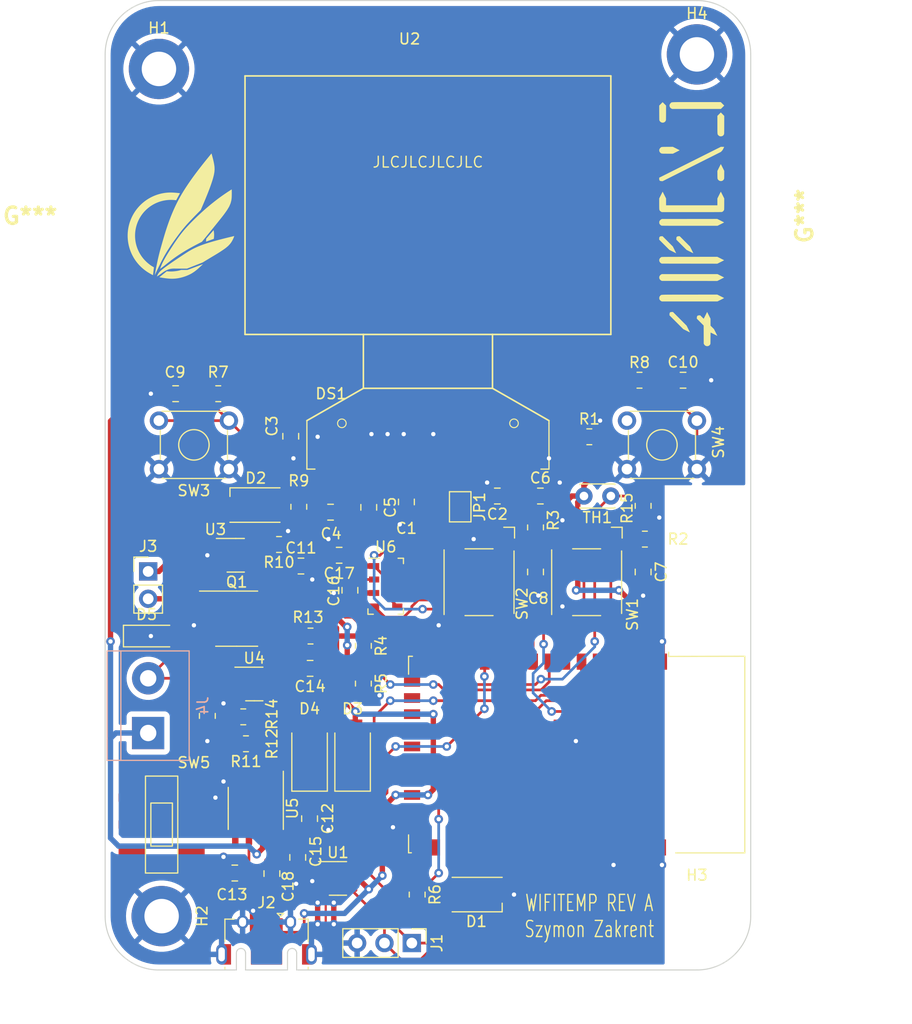
<source format=kicad_pcb>
(kicad_pcb (version 20211014) (generator pcbnew)
  (layers (0 "F.Cu" signal) (31 "B.Cu" signal) (34 "B.Paste" user) (35 "F.Paste" user) (36 "B.SilkS" user "B.Silkscreen") (37 "F.SilkS" user "F.Silkscreen") (38 "B.Mask" user) (39 "F.Mask" user) (44 "Edge.Cuts" user))
  (net 0 "")
  (net 1 "+3V3")
  (net 2 "GND")
  (net 3 "Net-(C2-Pad1)")
  (net 4 "Net-(C4-Pad1)")
  (net 5 "Net-(C4-Pad2)")
  (net 6 "Net-(C5-Pad1)")
  (net 7 "Net-(C5-Pad2)")
  (net 8 "Net-(C6-Pad1)")
  (net 9 "/MCU/IO0")
  (net 10 "/MCU/EN")
  (net 11 "BUT0")
  (net 12 "BUT1")
  (net 13 "+5V")
  (net 14 "Net-(C12-Pad1)")
  (net 15 "Net-(C13-Pad2)")
  (net 16 "Net-(C14-Pad1)")
  (net 17 "-BATT")
  (net 18 "Net-(C16-Pad1)")
  (net 19 "Net-(D1-Pad2)")
  (net 20 "Net-(D2-Pad1)")
  (net 21 "Net-(D2-Pad2)")
  (net 22 "+BATT")
  (net 23 "TEMP_OUTSIDE")
  (net 25 "~{DS_RES}")
  (net 26 "SCL")
  (net 27 "SDA")
  (net 28 "Net-(DS1-Pad20)")
  (net 29 "Net-(DS1-Pad26)")
  (net 30 "/MCU/TXD")
  (net 31 "/MCU/RXD")
  (net 33 "/MCU/USB_D+")
  (net 34 "/MCU/USB_D-")
  (net 35 "Net-(Q1-Pad2)")
  (net 36 "Net-(Q1-Pad4)")
  (net 37 "Net-(Q1-Pad5)")
  (net 38 "/MCU/V_BAT_2")
  (net 39 "Net-(R6-Pad1)")
  (net 40 "Net-(R10-Pad2)")
  (net 41 "Net-(R11-Pad2)")
  (net 42 "Net-(R12-Pad2)")
  (net 43 "TEMP_INSIDE")
  (net 59 "PWRGD")
  (net 60 "~{PRES_SHDN}")
  (footprint "Resistor_SMD:R_0805_2012Metric" (layer "F.Cu") (at 143.0875 119 180)
    (fp_text reference "R11")
    (fp_text value "1k")
  )
  (footprint "Package_TO_SOT_SMD:TSOT-23-5" (layer "F.Cu") (at 142.1375 101.5)
    (fp_text reference "U3")
    (fp_text value "LTC4054ES5-4.2")
  )
  (footprint "Package_TO_SOT_SMD:SOT-23-6" (layer "F.Cu") (at 151.6375 131.5)
    (fp_text reference "U1")
    (fp_text value "SRV05-4")
  )
  (footprint "Capacitor_SMD:C_0805_2012Metric" (layer "F.Cu") (at 149 125.95 -90)
    (fp_text reference "C12")
    (fp_text value "1u")
  )
  (footprint "Diode_SMD:D_SMA" (layer "F.Cu") (at 153 120 90)
    (fp_text reference "D3")
    (fp_text value "D_Schottky")
  )
  (footprint "Button_Switch_THT:SW_TH_Tactile_Omron_B3F-10xx" (layer "F.Cu") (at 135 89)
    (fp_text reference "SW3")
    (fp_text value "SW_PUSH_L")
  )
  (footprint "Resistor_SMD:R_0805_2012Metric" (layer "F.Cu") (at 180.1625 100 180)
    (fp_text reference "R2")
    (fp_text value "1k")
  )
  (footprint "Package_LGA:LGA-8_3x5mm_P1.25mm" (layer "F.Cu") (at 156.075 104.375)
    (fp_text reference "U6")
    (fp_text value "MPL115A2")
  )
  (footprint "MountingHole:MountingHole_3.2mm_M3_DIN965_Pad" (layer "F.Cu") (at 135 56.35)
    (fp_text reference "H1")
    (fp_text value "MountingHole_Pad")
  )
  (footprint "Connector_PinHeader_2.54mm:PinHeader_1x03_P2.54mm_Vertical" (layer "F.Cu") (at 158.5 137.5 -90)
    (fp_text reference "J1")
    (fp_text value "Conn_01x03")
  )
  (footprint "Resistor_SMD:R_0805_2012Metric" (layer "F.Cu") (at 159 133 -90)
    (fp_text reference "R6")
    (fp_text value "R")
  )
  (footprint "own:icon" (layer "F.Cu") (at 137 70)
    (fp_text reference "G***")
    (fp_text value "LOGO" hide)
  )
  (footprint "MountingHole:MountingHole_3.2mm_M3_DIN965_Pad" (layer "F.Cu") (at 135.25 135)
    (fp_text reference "H2")
    (fp_text value "MountingHole_Pad")
  )
  (footprint "Capacitor_SMD:C_0805_2012Metric" (layer "F.Cu") (at 150.95 97.5)
    (fp_text reference "C4")
    (fp_text value "1u")
  )
  (footprint "Resistor_SMD:R_0805_2012Metric" (layer "F.Cu") (at 146.1625 100.5 180)
    (fp_text reference "R10")
    (fp_text value "R")
  )
  (footprint "Capacitor_SMD:C_0805_2012Metric" (layer "F.Cu") (at 183.7125 85.25)
    (fp_text reference "C10")
    (fp_text value "100n")
  )
  (footprint "Capacitor_SMD:C_0805_2012Metric" (layer "F.Cu") (at 154.5 97.05 90)
    (fp_text reference "C5")
    (fp_text value "1u")
  )
  (footprint "Resistor_SMD:R_0805_2012Metric" (layer "F.Cu") (at 154 109.9125 -90)
    (fp_text reference "R4")
    (fp_text value "100k")
  )
  (footprint "Resistor_SMD:R_0805_2012Metric" (layer "F.Cu") (at 140.5125 86.5 180)
    (fp_text reference "R7")
    (fp_text value "1k")
  )
  (footprint "Capacitor_SMD:C_0805_2012Metric" (layer "F.Cu") (at 145.5 131.05 -90)
    (fp_text reference "C18")
    (fp_text value "1u")
  )
  (footprint "Resistor_SMD:R_0805_2012Metric" (layer "F.Cu") (at 175 90.5)
    (fp_text reference "R1")
    (fp_text value "310k")
  )
  (footprint "Button_Switch_SMD:SW_SPST_Omron_B3FS-100xP" (layer "F.Cu") (at 164.75 104 -90)
    (fp_text reference "SW2")
    (fp_text value "SW_PUSH")
  )
  (footprint "Diode_SMD:D_MiniMELF" (layer "F.Cu") (at 134.25 109)
    (fp_text reference "D5")
    (fp_text value "D")
  )
  (footprint "Capacitor_SMD:C_0805_2012Metric" (layer "F.Cu") (at 147.25 90.45 -90)
    (fp_text reference "C3")
    (fp_text value "1u")
  )
  (footprint "Resistor_SMD:R_0805_2012Metric" (layer "F.Cu") (at 154 113.4125 -90)
    (fp_text reference "R5")
    (fp_text value "100k")
  )
  (footprint "Diode_SMD:D_SMA" (layer "F.Cu") (at 149 120 90)
    (fp_text reference "D4")
    (fp_text value "D_Schottky")
  )
  (footprint "Resistor_SMD:R_0805_2012Metric" (layer "F.Cu") (at 148 97 90)
    (fp_text reference "R9")
    (fp_text value "R")
  )
  (footprint "Capacitor_SMD:C_0805_2012Metric" (layer "F.Cu") (at 136.55 86.5 180)
    (fp_text reference "C9")
    (fp_text value "100n")
  )
  (footprint "Resistor_SMD:R_0805_2012Metric" (layer "F.Cu") (at 139.5 116.4125 -90)
    (fp_text reference "R14")
    (fp_text value "R")
  )
  (footprint "Capacitor_SMD:C_0805_2012Metric" (layer "F.Cu") (at 180 103.05 -90)
    (fp_text reference "C7")
    (fp_text value "100n")
  )
  (footprint "LED_SMD:LED_PLCC-2" (layer "F.Cu") (at 144 96.8375)
    (fp_text reference "D2")
    (fp_text value "LED")
  )
  (footprint "Capacitor_SMD:C_0805_2012Metric" (layer "F.Cu") (at 170.45 96)
    (fp_text reference "C6")
    (fp_text value "1u")
  )
  (footprint "Jumper:SolderJumper-2_P1.3mm_Open_TrianglePad1.0x1.5mm" (layer "F.Cu") (at 163 97 -90)
    (fp_text reference "JP1")
    (fp_text value "SJ_2")
  )
  (footprint "Capacitor_SMD:C_0805_2012Metric" (layer "F.Cu") (at 151.75 101.5 180)
    (fp_text reference "C17")
    (fp_text value "100n")
  )
  (footprint "Resistor_SMD:R_0805_2012Metric" (layer "F.Cu") (at 180 96.9125 -90)
    (fp_text reference "R15")
    (fp_text value "R")
  )
  (footprint "Capacitor_SMD:C_0805_2012Metric" (layer "F.Cu") (at 170 103.05 -90)
    (fp_text reference "C8")
    (fp_text value "100n")
  )
  (footprint "Button_Switch_THT:SW_TH_Tactile_Omron_B3F-10xx" (layer "F.Cu") (at 178.5 89)
    (fp_text reference "SW4")
    (fp_text value "SW_PUSH_L")
  )
  (footprint "Resistor_SMD:R_0805_2012Metric" (layer "F.Cu") (at 170 98.9125 -90)
    (fp_text reference "R3")
    (fp_text value "1k")
  )
  (footprint "Resistor_SMD:R_0805_2012Metric" (layer "F.Cu") (at 149.0875 109 180)
    (fp_text reference "R13")
    (fp_text value "R")
  )
  (footprint "Capacitor_THT:C_Disc_D3.0mm_W2.0mm_P2.50mm" (layer "F.Cu") (at 174.5 96)
    (fp_text reference "TH1")
    (fp_text value "Thermistor")
  )
  (footprint "own:REX012864LYAP3N00000" (layer "F.Cu") (at 160 93.25)
    (fp_text reference "DS1")
    (fp_text value "REX012864LYAP3N00000")
  )
  (footprint "Resistor_SMD:R_0805_2012Metric" (layer "F.Cu") (at 179.6625 85.25)
    (fp_text reference "R8")
    (fp_text value "1k")
  )
  (footprint "own:JS202011SCQN" (layer "F.Cu") (at 135.25 126.5 90)
    (fp_text reference "SW5")
    (fp_text value "SW_DPDT_x2")
  )
  (footprint "Package_SO:SOIC-8_3.9x4.9mm_P1.27mm" (layer "F.Cu") (at 142.225 107.385)
    (fp_text reference "Q1")
    (fp_text value "Q_Dual_NMOS")
  )
  (footprint "Capacitor_SMD:C_0805_2012Metric" (layer "F.Cu") (at 148.2 102.5)
    (fp_text reference "C11")
    (fp_text value "1u")
  )
  (footprint "Capacitor_SMD:C_0805_2012Metric" (layer "F.Cu") (at 158 96.55 -90)
    (fp_text reference "C1")
    (fp_text value "1u")
  )
  (footprint "own:name" (layer "F.Cu") (at 185 70 90)
    (fp_text reference "G***")
    (fp_text value "LOGO" hide)
  )
  (footprint "Package_SO:SOIC-8_3.9x4.9mm_P1.27mm" (layer "F.Cu") (at 144 125 -90)
    (fp_text reference "U5")
    (fp_text value "MCP1726-3302E")
  )
  (footprint "MountingHole:MountingHole_3.2mm_M3_DIN965_Pad" (layer "F.Cu") (at 185 55)
    (fp_text reference "H4")
    (fp_text value "MountingHole_Pad")
  )
  (footprint "Package_TO_SOT_SMD:SOT-23-6" (layer "F.Cu") (at 143.8625 113.45)
    (fp_text reference "U4")
    (fp_text value "AP9101CK6")
  )
  (footprint "Resistor_SMD:R_0805_2012Metric" (layer "F.Cu") (at 142.8375 116.5)
    (fp_text reference "R12")
    (fp_text value "R")
  )
  (footprint "Connector_USB:USB_Micro-AB_Molex_47590-0001" (layer "F.Cu") (at 145 138.55)
    (fp_text reference "J2")
    (fp_text value "USB_OTG")
    (fp_line (start 1.95 -0.125) (end 1.95 1.45) (layer "Edge.Cuts") (width 0.1))
    (fp_line (start -3.75 1.45) (end -2.8 1.45) (layer "Edge.Cuts") (width 0.1))
    (fp_line (start -1.95 -0.125) (end -1.95 1.45) (layer "Edge.Cuts") (width 0.1))
    (fp_line (start -1.95 1.45) (end 1.95 1.45) (layer "Edge.Cuts") (width 0.1))
    (fp_line (start -2.8 -0.125) (end -2.8 1.45) (layer "Edge.Cuts") (width 0.1))
    (fp_line (start 2.8 1.45) (end 3.75 1.45) (layer "Edge.Cuts") (width 0.1))
    (fp_line (start 2.8 -0.125) (end 2.8 1.45) (layer "Edge.Cuts") (width 0.1))
    (fp_arc (start 1.95 -0.125) (mid 2.375 -0.55) (end 2.8 -0.125) (layer "Edge.Cuts") (width 0.1))
    (fp_arc (start -2.8 -0.125) (mid -2.375 -0.55) (end -1.95 -0.125) (layer "Edge.Cuts") (width 0.1))
  )
  (footprint "Capacitor_SMD:C_0805_2012Metric" (layer "F.Cu") (at 166.45 96 180)
    (fp_text reference "C2")
    (fp_text value "1u")
  )
  (footprint "RF_Module:ESP32-S2-WROVER" (layer "F.Cu") (at 170 120 -90)
    (fp_text reference "U2")
    (fp_text value "ESP32-S2-WROVER")
  )
  (footprint "LED_SMD:LED_PLCC-2" (layer "F.Cu") (at 164.5 133 180)
    (fp_text reference "D1")
    (fp_text value "LED")
  )
  (footprint "Capacitor_SMD:C_0805_2012Metric" (layer "F.Cu") (at 152.75 104.75 -90)
    (fp_text reference "C16")
    (fp_text value "1u")
  )
  (footprint "MountingHole:MountingHole_3.2mm_M3_DIN965" (layer "F.Cu") (at 185 135)
    (fp_text reference "H3")
    (fp_text value "MountingHole_Pad")
  )
  (footprint "Button_Switch_SMD:SW_SPST_Omron_B3FS-100xP" (layer "F.Cu") (at 174.75 104 -90)
    (fp_text reference "SW1")
    (fp_text value "SW_PUSH")
  )
  (footprint "Capacitor_SMD:C_0805_2012Metric" (layer "F.Cu") (at 147.9 129.55 -90)
    (fp_text reference "C15")
    (fp_text value "1u")
  )
  (footprint "Capacitor_SMD:C_0805_2012Metric" (layer "F.Cu") (at 149.05 112 180)
    (fp_text reference "C14")
    (fp_text value "C")
  )
  (footprint "Connector_PinHeader_2.54mm:PinHeader_1x02_P2.54mm_Vertical" (layer "F.Cu") (at 134 103)
    (fp_text reference "J3")
    (fp_text value "Conn_01x02")
  )
  (footprint "Capacitor_SMD:C_0805_2012Metric" (layer "F.Cu") (at 142.05 131)
    (fp_text reference "C13")
    (fp_text value "DNP")
  )
  (footprint "TerminalBlock:TerminalBlock_bornier-2_P5.08mm" (layer "B.Cu") (at 134 118 90)
    (fp_text reference "J4")
    (fp_text value "Conn_01x02")
  )
  (gr_line (start 166 81) (end 166 86) (layer "F.SilkS") (width 0.15))
  (gr_line (start 154 86) (end 154 81) (layer "F.SilkS") (width 0.15))
  (gr_line (start 154 86) (end 148.75 89) (layer "F.SilkS") (width 0.15))
  (gr_line (start 177 57) (end 177 81) (layer "F.SilkS") (width 0.15))
  (gr_line (start 154 81) (end 143 81) (layer "F.SilkS") (width 0.15))
  (gr_line (start 154 81) (end 166 81) (layer "F.SilkS") (width 0.15))
  (gr_line (start 143 57) (end 177 57) (layer "F.SilkS") (width 0.15))
  (gr_line (start 166 86) (end 154 86) (layer "F.SilkS") (width 0.15))
  (gr_line (start 177 81) (end 166 81) (layer "F.SilkS") (width 0.15))
  (gr_line (start 143 81) (end 143 57) (layer "F.SilkS") (width 0.15))
  (gr_line (start 171.25 89) (end 166 86) (layer "F.SilkS") (width 0.15))
  (gr_arc (start 190 135) (mid 188.535534 138.535534) (end 185 140) (layer "Edge.Cuts") (width 0.1))
  (gr_line (start 148.75 140) (end 185 140) (layer "Edge.Cuts") (width 0.1))
  (gr_arc (start 185 50) (mid 188.535534 51.464466) (end 190 55) (layer "Edge.Cuts") (width 0.1))
  (gr_line (start 141.25 140) (end 135 140) (layer "Edge.Cuts") (width 0.1))
  (gr_arc (start 135 140) (mid 131.464466 138.535534) (end 130 135) (layer "Edge.Cuts") (width 0.1))
  (gr_line (start 130 55) (end 130 135) (layer "Edge.Cuts") (width 0.1))
  (gr_arc (start 130 55) (mid 131.464466 51.464466) (end 135 50) (layer "Edge.Cuts") (width 0.1))
  (gr_line (start 135 50) (end 185 50) (layer "Edge.Cuts") (width 0.1))
  (gr_line (start 190 135) (end 190 55) (layer "Edge.Cuts") (width 0.1))
  (gr_text "JLCJLCJLCJLC" (at 160 65) (layer "F.SilkS") (effects (font (size 1 1) (thickness 0.125))))
  (gr_text "WIFITEMP REV A\nSzymon Zakrent" (at 175 135) (layer "F.SilkS") (effects (font (size 1.5 1) (thickness 0.125))))
  (segment (start 146.775 127.475) (end 147.9 128.6) (width 0.5) (layer "F.Cu") (net 1))
  (segment (start 151.125 87.125) (end 153.35 89.35) (width 0.5) (layer "F.Cu") (net 1))
  (segment (start 145.5 127.5) (end 145.475 127.475) (width 0.5) (layer "F.Cu") (net 1))
  (segment (start 180 91) (end 181 90) (width 0.5) (layer "F.Cu") (net 1))
  (segment (start 173.92548 96.57452) (end 174.5 96) (width 0.5) (layer "F.Cu") (net 1))
  (segment (start 163 97.725) (end 169.725 97.725) (width 0.5) (layer "F.Cu") (net 1))
  (segment (start 173.7755 104.75) (end 173.92548 104.60002) (width 0.5) (layer "F.Cu") (net 1))
  (segment (start 153.35 89.35) (end 153.35 92.5) (width 0.5) (layer "F.Cu") (net 1))
  (segment (start 145.475 127.475) (end 145.905 127.475) (width 0.5) (layer "F.Cu") (net 1))
  (segment (start 148.5 84.5) (end 178 84.5) (width 0.5) (layer "F.Cu") (net 1))
  (segment (start 156.177138 94.5) (end 156.177138 98.822862) (width 0.5) (layer "F.Cu") (net 1))
  (segment (start 153.35 92.5) (end 153.35 93.827138) (width 0.5) (layer "F.Cu") (net 1))
  (segment (start 155.85048 103.35048) (end 155 102.5) (width 0.25) (layer "F.Cu") (net 1))
  (segment (start 130.5 109.5) (end 130.5 89.048609) (width 0.5) (layer "F.Cu") (net 1))
  (segment (start 141.425 84.575) (end 141.5 84.5) (width 0.5) (layer "F.Cu") (net 1))
  (segment (start 173.92548 104.60002) (end 173.92548 96.57452) (width 0.5) (layer "F.Cu") (net 1))
  (segment (start 154.022862 94.5) (end 155.5 94.5) (width 0.5) (layer "F.Cu") (net 1))
  (segment (start 144.635 127.475) (end 144.635 128.7045) (width 0.5) (layer "F.Cu") (net 1))
  (segment (start 156.85 94.5) (end 156.177138 94.5) (width 0.5) (layer "F.Cu") (net 1))
  (segment (start 181.25 106.25) (end 181.25 100.175) (width 0.5) (layer "F.Cu") (net 1))
  (segment (start 169.725 97.725) (end 170 98) (width 0.5) (layer "F.Cu") (net 1))
  (segment (start 144.635 127.475) (end 145.475 127.475) (width 0.5) (layer "F.Cu") (net 1))
  (segment (start 181 87.5) (end 178.75 85.25) (width 0.5) (layer "F.Cu") (net 1))
  (segment (start 181 90) (end 181 87.5) (width 0.5) (layer "F.Cu") (net 1))
  (segment (start 177.8 104.75) (end 177.75 104.75) (width 0.5) (layer "F.Cu") (net 1))
  (segment (start 153.35 93.827138) (end 154.022862 94.5) (width 0.5) (layer "F.Cu") (net 1))
  (segment (start 156.9 94.5) (end 158 95.6) (width 0.5) (layer "F.Cu") (net 1))
  (segment (start 141.425 86.5) (end 141.425 84.575) (width 0.5) (layer "F.Cu") (net 1))
  (segment (start 155 102.5) (end 153.7 102.5) (width 0.5) (layer "F.Cu") (net 1))
  (segment (start 180.275 107.225) (end 181.25 106.25) (width 0.5) (layer "F.Cu") (net 1))
  (segment (start 156.177138 94.5) (end 155.5 94.5) (width 0.5) (layer "F.Cu") (net 1))
  (segment (start 148.575 84.575) (end 151.125 87.125) (width 0.5) (layer "F.Cu") (net 1))
  (segment (start 148.75 89.5) (end 151.125 87.125) (width 0.5) (layer "F.Cu") (net 1))
  (segment (start 144.635 128.7045) (end 144.0895 129.25) (width 0.5) (layer "F.Cu") (net 1))
  (segment (start 135.048609 84.5) (end 141.5 84.5) (width 0.5) (layer "F.Cu") (net 1))
  (segment (start 155.5 99.5) (end 154 99.5) (width 0.5) (layer "F.Cu") (net 1))
  (segment (start 181.25 100.175) (end 181.075 100) (width 0.5) (layer "F.Cu") (net 1))
  (segment (start 180.275 107.225) (end 177.8 104.75) (width 0.5) (layer "F.Cu") (net 1))
  (segment (start 147.25 89.5) (end 148.75 89.5) (width 0.5) (layer "F.Cu") (net 1))
  (segment (start 156.177138 98.822862) (end 155.5 99.5) (width 0.5) (layer "F.Cu") (net 1))
  (segment (start 174.5 95) (end 178.5 91) (width 0.5) (layer "F.Cu") (net 1))
  (segment (start 171.36863 98) (end 170 98) (width 0.5) (layer "F.Cu") (net 1))
  (segment (start 148.5 84.5) (end 148.575 84.575) (width 0.5) (layer "F.Cu") (net 1))
  (segment (start 173.36863 96) (end 171.36863 98) (width 0.5) (layer "F.Cu") (net 1))
  (segment (start 155.5 94.5) (end 155.5 92.55) (width 0.5) (layer "F.Cu") (net 1))
  (segment (start 153.7 102.5) (end 152.7 101.5) (width 0.5) (layer "F.Cu") (net 1))
  (segment (start 180.275 111.375) (end 180.275 107.225) (width 0.5) (layer "F.Cu") (net 1))
  (segment (start 174.5 96) (end 174.5 95) (width 0.5) (layer "F.Cu") (net 1))
  (segment (start 156.177138 94.5) (end 156.9 94.5) (width 0.5) (layer "F.Cu") (net 1))
  (segment (start 155.85048 104.95048) (end 155.85048 103.35048) (width 0.25) (layer "F.Cu") (net 1))
  (segment (start 154 99.5) (end 152.7 100.8) (width 0.5) (layer "F.Cu") (net 1))
  (segment (start 130.5 89.048609) (end 135.048609 84.5) (width 0.5) (layer "F.Cu") (net 1))
  (segment (start 174.5 96) (end 173.36863 96) (width 0.5) (layer "F.Cu") (net 1))
  (segment (start 156.85 92.5) (end 156.85 94.5) (width 0.5) (layer "F.Cu") (net 1))
  (segment (start 152.7 100.8) (end 152.7 101.5) (width 0.5) (layer "F.Cu") (net 1))
  (segment (start 157.15 106.25) (end 155.85048 104.95048) (width 0.25) (layer "F.Cu") (net 1))
  (segment (start 141.5 84.5) (end 148.5 84.5) (width 0.5) (layer "F.Cu") (net 1))
  (segment (start 178 84.5) (end 178.75 85.25) (width 0.5) (layer "F.Cu") (net 1))
  (segment (start 178.5 91) (end 180 91) (width 0.5) (layer "F.Cu") (net 1))
  (segment (start 145.5 130.1) (end 145.5 127.5) (width 0.5) (layer "F.Cu") (net 1))
  (segment (start 145.905 127.475) (end 146.775 127.475) (width 0.5) (layer "F.Cu") (net 1))
  (segment (start 155.5 92.55) (end 155.45 92.5) (width 0.5) (layer "F.Cu") (net 1))
  (via (at 173.7755 104.75) (size 0.8) (drill 0.4) (layers "F.Cu" "B.Cu") (net 1))
  (via (at 130.5 109.5) (size 0.8) (drill 0.4) (layers "F.Cu" "B.Cu") (net 1))
  (via (at 144.0895 129.25) (size 0.8) (drill 0.4) (layers "F.Cu" "B.Cu") (net 1))
  (via (at 177.75 104.75) (size 0.8) (drill 0.4) (layers "F.Cu" "B.Cu") (net 1))
  (segment (start 130.5 118.5) (end 130.5 109.5) (width 0.5) (layer "B.Cu") (net 1))
  (segment (start 131 118) (end 134 118) (width 0.5) (layer "B.Cu") (net 1))
  (segment (start 130.5 127.75) (end 130.5 118.5) (width 0.5) (layer "B.Cu") (net 1))
  (segment (start 131.25 128.5) (end 130.5 127.75) (width 0.5) (layer "B.Cu") (net 1))
  (segment (start 144.0895 129.25) (end 143.3395 128.5) (width 0.5) (layer "B.Cu") (net 1))
  (segment (start 130.5 118.5) (end 131 118) (width 0.5) (layer "B.Cu") (net 1))
  (segment (start 177.75 104.75) (end 173.7755 104.75) (width 0.5) (layer "B.Cu") (net 1))
  (segment (start 143.3395 128.5) (end 131.25 128.5) (width 0.5) (layer "B.Cu") (net 1))
  (segment (start 184.6625 85.25) (end 186.325 85.25) (width 0.25) (layer "F.Cu") (net 2))
  (segment (start 151.95 105.7) (end 151.25 105) (width 0.5) (layer "F.Cu") (net 2))
  (segment (start 149.5 131.5) (end 149.25 131.75) (width 0.5) (layer "F.Cu") (net 2))
  (segment (start 155 105) (end 153.45 105) (width 0.5) (layer "F.Cu") (net 2))
  (segment (start 160.35 92.5) (end 160.35 90.4) (width 0.25) (layer "F.Cu") (net 2))
  (segment (start 141.025 122.525) (end 141 122.5) (width 0.5) (layer "F.Cu") (net 2))
  (segment (start 175.9125 90.5) (end 175.9125 89.0875) (width 0.25) (layer "F.Cu") (net 2))
  (segment (start 149.15 103.65) (end 149.25 103.75) (width 0.5) (layer "F.Cu") (net 2))
  (segment (start 165.5 96) (end 165.5 94.75) (width 0.5) (layer "F.Cu") (net 2))
  (segment (start 173.735 118.81) (end 173.735 118.765) (width 0.5) (layer "F.Cu") (net 2))
  (segment (start 143.7 135.875) (end 143.7 134.55) (width 0.5) (layer "F.Cu") (net 2))
  (segment (start 150.5 131.5) (end 149.5 131.5) (width 0.5) (layer "F.Cu") (net 2))
  (segment (start 158.525 126.75) (end 156.75 126.75) (width 0.5) (layer "F.Cu") (net 2))
  (segment (start 177.175 130.175) (end 177.25 130.25) (width 0.5) (layer "F.Cu") (net 2))
  (segment (start 138 124) (end 140.25 124) (width 0.5) (layer "F.Cu") (net 2))
  (segment (start 147.075 100.5) (end 147.075 99.325) (width 0.25) (layer "F.Cu") (net 2))
  (segment (start 141.925 116.175) (end 141 115.25) (width 0.5) (layer "F.Cu") (net 2))
  (segment (start 181.675 130.175) (end 181.75 130.25) (width 0.5) (layer "F.Cu") (net 2))
  (segment (start 160.35 90.4) (end 160.5 90.25) (width 0.25) (layer "F.Cu") (net 2))
  (segment (start 172.5 100) (end 172.5 98.25) (width 0.25) (layer "F.Cu") (net 2))
  (segment (start 177.175 128.625) (end 177.175 130.175) (width 0.5) (layer "F.Cu") (net 2))
  (segment (start 170.15 92.5) (end 171.25 92.5) (width 0.25) (layer "F.Cu") (net 2))
  (segment (start 181.675 128.625) (end 181.675 130.175) (width 0.5) (layer "F.Cu") (net 2))
  (segment (start 150.65 126.9) (end 150.75 127) (width 0.5) (layer "F.Cu") (net 2))
  (segment (start 147.9 130.5) (end 147.9 131.85) (width 0.5) (layer "F.Cu") (net 2))
  (segment (start 157.381447 98.631447) (end 158 98.012894) (width 0.25) (layer "F.Cu") (net 2))
  (segment (start 181.775 111.375) (end 181.775 109.525) (width 0.5) (layer "F.Cu") (net 2))
  (segment (start 143.7 137.25) (end 145 138.55) (width 0.5) (layer "F.Cu") (net 2))
  (segment (start 156.15 92.5) (end 156.15 90.35) (width 0.25) (layer "F.Cu") (net 2))
  (segment (start 150.75 100) (end 150.8 100.05) (width 0.25) (layer "F.Cu") (net 2))
  (segment (start 149.85 92.5) (end 149.85 90.6) (width 0.25) (layer "F.Cu") (net 2))
  (segment (start 149.85 90.6) (end 149.75 90.5) (width 0.25) (layer "F.Cu") (net 2))
  (segment (start 154 114.325) (end 155.325 114.325) (width 0.5) (layer "F.Cu") (net 2))
  (segment (start 154.75 92.5) (end 154.75 90.25) (width 0.25) (layer "F.Cu") (net 2))
  (segment (start 149.15 102.5) (end 149.15 103.65) (width 0.5) (layer "F.Cu") (net 2))
  (segment (start 158 98.012894) (end 158 97.5) (width 0.25) (layer "F.Cu") (net 2))
  (segment (start 172.5 108) (end 172.5 106.25) (width 0.25) (layer "F.Cu") (net 2))
  (segment (start 159.65 92.5) (end 161.05 92.5) (width 0.25) (layer "F.Cu") (net 2))
  (segment (start 157.55 92.5) (end 157.55 90.45) (width 0.25) (layer "F.Cu") (net 2))
  (segment (start 141.1 131) (end 141.1 129.6) (width 0.5) (layer "F.Cu") (net 2))
  (segment (start 180 97.825) (end 181.325 97.825) (width 0.5) (layer "F.Cu") (net 2))
  (segment (start 143.7 135.875) (end 143.7 137.25) (width 0.5) (layer "F.Cu") (net 2))
  (segment (start 141.925 116.5) (end 141.925 116.175) (width 0.5) (layer "F.Cu") (net 2))
  (segment (start 151.25 135.75) (end 151.25 133.75) (width 0.5) (layer "F.Cu") (net 2))
  (segment (start 153.45 105) (end 152.75 105.7) (width 0.5) (layer "F.Cu") (net 2))
  (segment (start 141.1 129.6) (end 141 129.5) (width 0.5) (layer "F.Cu") (net 2))
  (segment (start 162.5 100) (end 164.25 100) (width 0.25) (layer "F.Cu") (net 2))
  (segment (start 141 101.5) (end 139.5 101.5) (width 0.25) (layer "F.Cu") (net 2))
  (segment (start 145.5 132) (end 147.75 132) (width 0.5) (layer "F.Cu") (net 2))
  (segment (start 143.7 134.55) (end 143.75 134.5) (width 0.5) (layer "F.Cu") (net 2))
  (segment (start 150.8 100.05) (end 150.8 101.5) (width 0.25) (layer "F.Cu") (net 2))
  (segment (start 162.5 108) (end 161 108) (width 0.25) (layer "F.Cu") (net 2))
  (segment (start 147.25 91.4) (end 147.25 92.25) (width 0.5) (layer "F.Cu") (net 2))
  (segment (start 149 126.9) (end 150.65 126.9) (width 0.5) (layer "F.Cu") (net 2))
  (segment (start 157.55 90.45) (end 157.75 90.25) (width 0.25) (layer "F.Cu") (net 2))
  (segment (start 139.75 108.02) (end 138.27 108.02) (width 0.5) (layer "F.Cu") (net 2))
  (segment (start 181.775 109.525) (end 181.75 109.5) (width 0.5) (layer "F.Cu") (net 2))
  (segment (start 170 104) (end 170 104.975402) (width 0.25) (layer "F.Cu") (net 2))
  (segment (start 149.75 133.75) (end 149.75 135.75) (width 0.5) (layer "F.Cu") (net 2))
  (segment (start 147.25 92.25) (end 147.5 92.5) (width 0.5) (layer "F.Cu") (net 2))
  (segment (start 139.5 117.325) (end 139.5 118.75) (width 0.5) (layer "F.Cu") (net 2))
  (segment (start 175.9125 89.0875) (end 176 89) (width 0.25) (layer "F.Cu") (net 2))
  (segment (start 155.325 114.325) (end 155.5 114.5) (width 0.5) (layer "F.Cu") (net 2))
  (segment (start 171.4 96) (end 171.4 95.6) (width 0.5) (layer "F.Cu") (net 2))
  (segment (start 138.27 108.02) (end 138.25 108) (width 0.5) (layer "F.Cu") (net 2))
  (segment (start 169.45 92.5) (end 170.15 92.5) (width 0.25) (layer "F.Cu") (net 2))
  (segment (start 178.775 128.625) (end 177.175 128.625) (width 0.5) (layer "F.Cu") (net 2))
  (segment (start 132.5 109) (end 134.25 109) (width 0.25) (layer "F.Cu") (net 2))
  (segment (start 135.6 86.5) (end 134.25 86.5) (width 0.25) (layer "F.Cu") (net 2))
  (segment (start 147.075 99.325) (end 147 99.25) (width 0.25) (layer "F.Cu") (net 2))
  (segment (start 173.735 118.765) (end 173.75 118.75) (width 0.5) (layer "F.Cu") (net 2))
  (segment (start 180 104) (end 180 105.25) (width 0.25) (layer "F.Cu") (net 2))
  (segment (start 147.9 131.85) (end 147.75 132) (width 0.5) (layer "F.Cu") (net 2))
  (segment (start 170 104.975402) (end 170.262299 105.237701) (width 0.25) (layer "F.Cu") (net 2))
  (segment (start 156.15 90.35) (end 156.25 90.25) (width 0.25) (layer "F.Cu") (net 2))
  (segment (start 152.75 105.7) (end 151.95 105.7) (width 0.5) (layer "F.Cu") (net 2))
  (segment (start 171.4 95.6) (end 172.25 94.75) (width 0.5) (layer "F.Cu") (net 2))
  (segment (start 166 133) (end 168 133) (width 0.5) (layer "F.Cu") (net 2))
  (segment (start 157.55 92.5) (end 158.25 92.5) (width 0.25) (layer "F.Cu") (net 2))
  (segment (start 142.095 122.525) (end 141.025 122.525) (width 0.5) (layer "F.Cu") (net 2))
  (segment (start 181.325 97.825) (end 181.5 98) (width 0.5) (layer "F.Cu") (net 2))
  (via (at 140.25 124) (size 0.8) (drill 0.4) (layers "F.Cu" "B.Cu") (net 2))
  (via (at 160.5 90.25) (size 0.8) (drill 0.4) (layers "F.Cu" "B.Cu") (net 2))
  (via (at 147.75 132) (size 0.8) (drill 0.4) (layers "F.Cu" "B.Cu") (net 2))
  (via (at 134.25 86.5) (size 0.8) (drill 0.4) (layers "F.Cu" "B.Cu") (net 2))
  (via (at 181.75 109.5) (size 0.8) (drill 0.4) (layers "F.Cu" "B.Cu") (net 2))
  (via (at 181.75 130.25) (size 0.8) (drill 0.4) (layers "F.Cu" "B.Cu") (net 2))
  (via (at 156.75 126.75) (size 0.8) (drill 0.4) (layers "F.Cu" "B.Cu") (net 2))
  (via (at 172.5 106.25) (size 0.8) (drill 0.4) (layers "F.Cu" "B.Cu") (net 2))
  (via (at 150.75 100) (size 0.8) (drill 0.4) (layers "F.Cu" "B.Cu") (net 2))
  (via (at 170.262299 105.237701) (size 0.8) (drill 0.4) (layers "F.Cu" "B.Cu") (net 2))
  (via (at 149.25 103.75) (size 0.8) (drill 0.4) (layers "F.Cu" "B.Cu") (net 2))
  (via (at 181.5 98) (size 0.8) (drill 0.4) (layers "F.Cu" "B.Cu") (net 2))
  (via (at 180 105.25) (size 0.8) (drill 0.4) (layers "F.Cu" "B.Cu") (net 2))
  (via (at 141 122.5) (size 0.8) (drill 0.4) (layers "F.Cu" "B.Cu") (net 2))
  (via (at 138.25 108) (size 0.8) (drill 0.4) (layers "F.Cu" "B.Cu") (net 2))
  (via (at 173.75 118.75) (size 0.8) (drill 0.4) (layers "F.Cu" "B.Cu") (net 2))
  (via (at 186.325 85.25) (size 0.8) (drill 0.4) (layers "F.Cu" "B.Cu") (net 2))
  (via (at 139.5 118.75) (size 0.8) (drill 0.4) (layers "F.Cu" "B.Cu") (net 2))
  (via (at 168 133) (size 0.8) (drill 0.4) (layers "F.Cu" "B.Cu") (net 2))
  (via (at 141 115.25) (size 0.8) (drill 0.4) (layers "F.Cu" "B.Cu") (net 2))
  (via (at 172.5 98.25) (size 0.8) (drill 0.4) (layers "F.Cu" "B.Cu") (net 2))
  (via (at 172.25 94.75) (size 0.8) (drill 0.4) (layers "F.Cu" "B.Cu") (net 2))
  (via (at 164.25 100) (size 0.8) (drill 0.4) (layers "F.Cu" "B.Cu") (net 2))
  (via (at 171.25 92.5) (size 0.8) (drill 0.4) (layers "F.Cu" "B.Cu") (net 2))
  (via (at 151.25 135.75) (size 0.8) (drill 0.4) (layers "F.Cu" "B.Cu") (net 2))
  (via (at 149.75 135.75) (size 0.8) (drill 0.4) (layers "F.Cu" "B.Cu") (net 2))
  (via (at 161 108) (size 0.8) (drill 0.4) (layers "F.Cu" "B.Cu") (net 2))
  (via (at 139.5 101.5) (size 0.8) (drill 0.4) (layers "F.Cu" "B.Cu") (net 2))
  (via (at 154.75 90.25) (size 0.8) (drill 0.4) (layers "F.Cu" "B.Cu") (net 2))
  (via (at 155.5 114.5) (size 0.8) (drill 0.4) (layers "F.Cu" "B.Cu") (net 2))
  (via (at 176 89) (size 0.8) (drill 0.4) (layers "F.Cu" "B.Cu") (net 2))
  (via (at 151.25 105) (size 0.8) (drill 0.4) (layers "F.Cu" "B.Cu") (net 2))
  (via (at 147.5 92.5) (size 0.8) (drill 0.4) (layers "F.Cu" "B.Cu") (net 2))
  (via (at 177.25 130.25) (size 0.8) (drill 0.4) (layers "F.Cu" "B.Cu") (net 2))
  (via (at 149.25 131.75) (size 0.8) (drill 0.4) (layers "F.Cu" "B.Cu") (net 2))
  (via (at 147 99.25) (size 0.8) (drill 0.4) (layers "F.Cu" "B.Cu") (net 2))
  (via (at 149.75 133.75) (size 0.8) (drill 0.4) (layers "F.Cu" "B.Cu") (net 2))
  (via (at 151.25 133.75) (size 0.8) (drill 0.4) (layers "F.Cu" "B.Cu") (net 2))
  (via (at 165.5 94.75) (size 0.8) (drill 0.4) (layers "F.Cu" "B.Cu") (net 2))
  (via (at 149.75 90.5) (size 0.8) (drill 0.4) (layers "F.Cu" "B.Cu") (net 2))
  (via (at 157.381447 98.631447) (size 0.8) (drill 0.4) (layers "F.Cu" "B.Cu") (net 2))
  (via (at 141 129.5) (size 0.8) (drill 0.4) (layers "F.Cu" "B.Cu") (net 2))
  (via (at 157.75 90.25) (size 0.8) (drill 0.4) (layers "F.Cu" "B.Cu") (net 2))
  (via (at 134.25 109) (size 0.8) (drill 0.4) (layers "F.Cu" "B.Cu") (net 2))
  (via (at 143.75 134.5) (size 0.8) (drill 0.4) (layers "F.Cu" "B.Cu") (net 2))
  (via (at 150.75 127) (size 0.8) (drill 0.4) (layers "F.Cu" "B.Cu") (net 2))
  (via (at 156.25 90.25) (size 0.8) (drill 0.4) (layers "F.Cu" "B.Cu") (net 2))
  (segment (start 168.05 95.35) (end 167.4 96) (width 0.25) (layer "F.Cu") (net 3))
  (segment (start 168.05 92.5) (end 168.05 95.35) (width 0.25) (layer "F.Cu") (net 3))
  (segment (start 150.55 96.95) (end 150 97.5) (width 0.25) (layer "F.Cu") (net 4))
  (segment (start 150.55 92.5) (end 150.55 96.95) (width 0.25) (layer "F.Cu") (net 4))
  (segment (start 151.25 96.85) (end 151.9 97.5) (width 0.25) (layer "F.Cu") (net 5))
  (segment (start 151.25 92.5) (end 151.25 96.85) (width 0.25) (layer "F.Cu") (net 5))
  (segment (start 151.95 95.45) (end 154.5 98) (width 0.25) (layer "F.Cu") (net 6))
  (segment (start 151.95 92.5) (end 151.95 95.45) (width 0.25) (layer "F.Cu") (net 6))
  (segment (start 152.65 92.5) (end 152.65 94.25) (width 0.25) (layer "F.Cu") (net 7))
  (segment (start 152.65 94.25) (end 154.5 96.1) (width 0.25) (layer "F.Cu") (net 7))
  (segment (start 168.75 95.25) (end 169.5 96) (width 0.25) (layer "F.Cu") (net 8))
  (segment (start 168.75 92.5) (end 168.75 95.25) (width 0.25) (layer "F.Cu") (net 8))
  (segment (start 177 108) (end 177 100) (width 0.25) (layer "F.Cu") (net 9))
  (segment (start 177 100) (end 179.25 100) (width 0.25) (layer "F.Cu") (net 9))
  (segment (start 178.775 109.775) (end 177 108) (width 0.25) (layer "F.Cu") (net 9))
  (segment (start 180 102.1) (end 180 100.75) (width 0.25) (layer "F.Cu") (net 9))
  (segment (start 178.775 111.375) (end 178.775 109.775) (width 0.25) (layer "F.Cu") (net 9))
  (segment (start 180 100.75) (end 179.25 100) (width 0.25) (layer "F.Cu") (net 9))
  (segment (start 171.5 102.75) (end 170.85 102.1) (width 0.25) (layer "F.Cu") (net 10))
  (segment (start 178.5 116) (end 171.5 116) (width 0.25) (layer "F.Cu") (net 10))
  (segment (start 167 100) (end 169.825 100) (width 0.25) (layer "F.Cu") (net 10))
  (segment (start 170 99.825) (end 170 102.1) (width 0.25) (layer "F.Cu") (net 10))
  (segment (start 170.75 106) (end 171.5 105.25) (width 0.25) (layer "F.Cu") (net 10))
  (segment (start 180.275 128.625) (end 180.275 117.775) (width 0.25) (layer "F.Cu") (net 10))
  (segment (start 170.85 102.1) (end 170 102.1) (width 0.25) (layer "F.Cu") (net 10))
  (segment (start 171.5 105.25) (end 171.5 102.75) (width 0.25) (layer "F.Cu") (net 10))
  (segment (start 170.75 109.75) (end 170.75 106) (width 0.25) (layer "F.Cu") (net 10))
  (segment (start 180.275 117.775) (end 178.5 116) (width 0.25) (layer "F.Cu") (net 10))
  (segment (start 169.825 100) (end 170 99.825) (width 0.25) (layer "F.Cu") (net 10))
  (via (at 170.75 109.75) (size 0.8) (drill 0.4) (layers "F.Cu" "B.Cu") (net 10))
  (via (at 171.5 116) (size 0.8) (drill 0.4) (layers "F.Cu" "B.Cu") (net 10))
  (segment (start 171.5 116) (end 169.775489 114.275489) (width 0.25) (layer "B.Cu") (net 10))
  (segment (start 169.775489 114.275489) (end 169.775489 112.474511) (width 0.25) (layer "B.Cu") (net 10))
  (segment (start 170.5 111.75) (end 170.75 111.5) (width 0.25) (layer "B.Cu") (net 10))
  (segment (start 170.75 111.5) (end 170.75 109.75) (width 0.25) (layer "B.Cu") (net 10))
  (segment (start 169.775489 112.474511) (end 170.5 111.75) (width 0.25) (layer "B.Cu") (net 10))
  (segment (start 158.5 107.75) (end 160.775 110.025) (width 0.25) (layer "F.Cu") (net 11))
  (segment (start 137.5 86.5) (end 139.6 86.5) (width 0.25) (layer "F.Cu") (net 11))
  (segment (start 143.5 90) (end 149.17548 95.67548) (width 0.25) (layer "F.Cu") (net 11))
  (segment (start 141.5 89) (end 142.5 90) (width 0.25) (layer "F.Cu") (net 11))
  (segment (start 135 89) (end 141.5 89) (width 0.25) (layer "F.Cu") (net 11))
  (segment (start 139.6 87.1) (end 141.5 89) (width 0.25) (layer "F.Cu") (net 11))
  (segment (start 149.97548 100.72548) (end 149.97548 104.923716) (width 0.25) (layer "F.Cu") (net 11))
  (segment (start 153.5 107.75) (end 158.5 107.75) (width 0.25) (layer "F.Cu") (net 11))
  (segment (start 149.17548 99.92548) (end 149.97548 100.72548) (width 0.25) (layer "F.Cu") (net 11))
  (segment (start 149.17548 95.67548) (end 149.17548 99.92548) (width 0.25) (layer "F.Cu") (net 11))
  (segment (start 153 107.25) (end 153.5 107.75) (width 0.25) (layer "F.Cu") (net 11))
  (segment (start 152.301764 107.25) (end 153 107.25) (width 0.25) (layer "F.Cu") (net 11))
  (segment (start 160.775 110.025) (end 160.775 111.375) (width 0.25) (layer "F.Cu") (net 11))
  (segment (start 139.6 86.5) (end 139.6 87.1) (width 0.25) (layer "F.Cu") (net 11))
  (segment (start 142.5 90) (end 143.5 90) (width 0.25) (layer "F.Cu") (net 11))
  (segment (start 149.97548 104.923716) (end 152.301764 107.25) (width 0.25) (layer "F.Cu") (net 11))
  (segment (start 181.5 94.25) (end 185 90.75) (width 0.25) (layer "F.Cu") (net 12))
  (segment (start 185 90.75) (end 185 89) (width 0.25) (layer "F.Cu") (net 12))
  (segment (start 175.5 99) (end 177 97.5) (width 0.25) (layer "F.Cu") (net 12))
  (segment (start 175.5 109.5) (end 175.5 99) (width 0.25) (layer "F.Cu") (net 12))
  (segment (start 180.575 85.25) (end 182.7625 85.25) (width 0.25) (layer "F.Cu") (net 12))
  (segment (start 185 89) (end 183.25 87.25) (width 0.25) (layer "F.Cu") (net 12))
  (segment (start 181.5 96.75) (end 181.5 94.25) (width 0.25) (layer "F.Cu") (net 12))
  (segment (start 163 113.5) (end 162.275 112.775) (width 0.25) (layer "F.Cu") (net 12))
  (segment (start 177 97.5) (end 178.25 97.5) (width 0.25) (layer "F.Cu") (net 12))
  (segment (start 182.7625 85.25) (end 182.7625 86.7625) (width 0.25) (layer "F.Cu") (net 12))
  (segment (start 182.7625 86.7625) (end 183.25 87.25) (width 0.25) (layer "F.Cu") (net 12))
  (segment (start 170 113.5) (end 163 113.5) (width 0.25) (layer "F.Cu") (net 12))
  (segment (start 182.575 85.4375) (end 182.7625 85.25) (width 0.25) (layer "F.Cu") (net 12))
  (segment (start 178.25 97.5) (end 178.91298 96.83702) (width 0.25) (layer "F.Cu") (net 12))
  (segment (start 162.275 112.775) (end 162.275 111.375) (width 0.25) (layer "F.Cu") (net 12))
  (segment (start 170.5 113) (end 170 113.5) (width 0.25) (layer "F.Cu") (net 12))
  (segment (start 181.41298 96.83702) (end 181.5 96.75) (width 0.25) (layer "F.Cu") (net 12))
  (segment (start 178.91298 96.83702) (end 181.41298 96.83702) (width 0.25) (layer "F.Cu") (net 12))
  (via (at 175.5 109.5) (size 0.8) (drill 0.4) (layers "F.Cu" "B.Cu") (net 12))
  (via (at 170.5 113) (size 0.8) (drill 0.4) (layers "F.Cu" "B.Cu") (net 12))
  (segment (start 172.5 113) (end 175.5 110) (width 0.25) (layer "B.Cu") (net 12))
  (segment (start 170.5 113) (end 172.5 113) (width 0.25) (layer "B.Cu") (net 12))
  (segment (start 175.5 110) (end 175.5 109.5) (width 0.25) (layer "B.Cu") (net 12))
  (segment (start 147.25 102.5) (end 143.325 102.5) (width 0.5) (layer "F.Cu") (net 13))
  (segment (start 148.5 98.825) (end 148 98.325) (width 0.25) (layer "F.Cu") (net 13))
  (segment (start 153.25 117.75) (end 153 118) (width 0.5) (layer "F.Cu") (net 13))
  (segment (start 148.5 101.25) (end 147.25 102.5) (width 0.25) (layer "F.Cu") (net 13))
  (segment (start 147.25 103.010729) (end 147.25 102.5) (width 0.5) (layer "F.Cu") (net 13))
  (segment (start 143.325 102.5) (end 143.275 102.45) (width 0.5) (layer "F.Cu") (net 13))
  (segment (start 160 123.75) (end 160.5 123.25) (width 0.5) (layer "F.Cu") (net 13))
  (segment (start 155.762299 131.237701) (end 155.762299 124.987701) (width 0.5) (layer "F.Cu") (net 13))
  (segment (start 148.5 134.75) (end 148.5 136) (width 0.25) (layer "F.Cu") (net 13))
  (segment (start 148.5 98.825) (end 148.5 101.25) (width 0.25) (layer "F.Cu") (net 13))
  (segment (start 160.5 123.25) (end 160.5 116.25) (width 0.5) (layer "F.Cu") (net 13))
  (segment (start 152.5 108.1505) (end 152.389771 108.1505) (width 0.5) (layer "F.Cu") (net 13))
  (segment (start 152.775 131.5) (end 153.5 131.5) (width 0.5) (layer "F.Cu") (net 13))
  (segment (start 148.5 136) (end 148.00048 136.49952) (width 0.25) (layer "F.Cu") (net 13))
  (segment (start 153.25 116) (end 153.25 117.75) (width 0.5) (layer "F.Cu") (net 13))
  (segment (start 155.762299 124.987701) (end 157 123.75) (width 0.5) (layer "F.Cu") (net 13))
  (segment (start 153.25 116) (end 152.5 115.25) (width 0.5) (layer "F.Cu") (net 13))
  (segment (start 146.3 136.3) (end 146.3 135.875) (width 0.25) (layer "F.Cu") (net 13))
  (segment (start 152.5 115.25) (end 152.5 109.8495) (width 0.5) (layer "F.Cu") (net 13))
  (segment (start 147 102.75) (end 147 102.76073) (width 0.5) (layer "F.Cu") (net 13))
  (segment (start 152.389771 108.1505) (end 147.25 103.010729) (width 0.5) (layer "F.Cu") (net 13))
  (segment (start 153.5 131.5) (end 154.5 132.5) (width 0.5) (layer "F.Cu") (net 13))
  (segment (start 146.49952 136.49952) (end 146.3 136.3) (width 0.25) (layer "F.Cu") (net 13))
  (segment (start 148.00048 136.49952) (end 146.49952 136.49952) (width 0.25) (layer "F.Cu") (net 13))
  (via (at 155.762299 131.237701) (size 0.8) (drill 0.4) (layers "F.Cu" "B.Cu") (net 13))
  (via (at 157 123.75) (size 0.8) (drill 0.4) (layers "F.Cu" "B.Cu") (net 13))
  (via (at 152.5 109.8495) (size 0.8) (drill 0.4) (layers "F.Cu" "B.Cu") (net 13))
  (via (at 148.5 134.75) (size 0.8) (drill 0.4) (layers "F.Cu" "B.Cu") (net 13))
  (via (at 154.5 132.5) (size 0.8) (drill 0.4) (layers "F.Cu" "B.Cu") (net 13))
  (via (at 160.5 116.25) (size 0.8) (drill 0.4) (layers "F.Cu" "B.Cu") (net 13))
  (via (at 152.5 108.1505) (size 0.8) (drill 0.4) (layers "F.Cu" "B.Cu") (net 13))
  (via (at 160 123.75) (size 0.8) (drill 0.4) (layers "F.Cu" "B.Cu") (net 13))
  (via (at 153.25 116) (size 0.8) (drill 0.4) (layers "F.Cu" "B.Cu") (net 13))
  (segment (start 160.5 116.25) (end 153.5 116.25) (width 0.5) (layer "B.Cu") (net 13))
  (segment (start 157 123.75) (end 160 123.75) (width 0.5) (layer "B.Cu") (net 13))
  (segment (start 152.5 109.8495) (end 152.5 108.1505) (width 0.5) (layer "B.Cu") (net 13))
  (segment (start 148.5 134.75) (end 152.25 134.75) (width 0.5) (layer "B.Cu") (net 13))
  (segment (start 152.25 134.75) (end 154.5 132.5) (width 0.5) (layer "B.Cu") (net 13))
  (segment (start 154.5 132.5) (end 155.762299 131.237701) (width 0.5) (layer "B.Cu") (net 13))
  (segment (start 153.5 116.25) (end 153.25 116) (width 0.5) (layer "B.Cu") (net 13))
  (segment (start 144.635 119.635) (end 144 119) (width 0.5) (layer "F.Cu") (net 14))
  (segment (start 153 122) (end 149 122) (width 0.5) (layer "F.Cu") (net 14))
  (segment (start 149 125) (end 149 122) (width 0.5) (layer "F.Cu") (net 14))
  (segment (start 144.635 122.525) (end 145.905 122.525) (width 0.5) (layer "F.Cu") (net 14))
  (segment (start 145.905 122.525) (end 148.475 122.525) (width 0.5) (layer "F.Cu") (net 14))
  (segment (start 148.475 122.525) (end 149 122) (width 0.5) (layer "F.Cu") (net 14))
  (segment (start 144.635 122.525) (end 144.635 119.635) (width 0.5) (layer "F.Cu") (net 14))
  (segment (start 143 131) (end 143.365 130.635) (width 0.25) (layer "F.Cu") (net 15))
  (segment (start 143.365 130.635) (end 143.365 127.475) (width 0.25) (layer "F.Cu") (net 15))
  (segment (start 145 113.45) (end 148.611758 113.45) (width 0.25) (layer "F.Cu") (net 16))
  (segment (start 148.611758 113.45) (end 150 112.061758) (width 0.25) (layer "F.Cu") (net 16))
  (segment (start 150 112.061758) (end 150 112) (width 0.25) (layer "F.Cu") (net 16))
  (segment (start 150 109) (end 150 112) (width 0.25) (layer "F.Cu") (net 16))
  (segment (start 134 105.54) (end 139.69 105.54) (width 0.5) (layer "F.Cu") (net 17))
  (segment (start 140.98 105.48) (end 139.75 105.48) (width 0.5) (layer "F.Cu") (net 17))
  (segment (start 145 112.5) (end 146.5 112.5) (width 0.5) (layer "F.Cu") (net 17))
  (segment (start 145 112.5) (end 142.5 110) (width 0.5) (layer "F.Cu") (net 17))
  (segment (start 142.5 107) (end 140.98 105.48) (width 0.5) (layer "F.Cu") (net 17))
  (segment (start 139.69 105.54) (end 139.75 105.48) (width 0.5) (layer "F.Cu") (net 17))
  (segment (start 147 112) (end 148.1 112) (width 0.5) (layer "F.Cu") (net 17))
  (segment (start 142.5 110) (end 142.5 107) (width 0.5) (layer "F.Cu") (net 17))
  (segment (start 146.5 112.5) (end 147 112) (width 0.5) (layer "F.Cu") (net 17))
  (segment (start 152.75 103.8) (end 152.8 103.75) (width 0.25) (layer "F.Cu") (net 18))
  (segment (start 152.8 103.75) (end 155 103.75) (width 0.25) (layer "F.Cu") (net 18))
  (segment (start 159 133.9125) (end 159.9125 133) (width 0.25) (layer "F.Cu") (net 19))
  (segment (start 159.9125 133) (end 163 133) (width 0.25) (layer "F.Cu") (net 19))
  (segment (start 141 98.75) (end 141 100.55) (width 0.25) (layer "F.Cu") (net 20))
  (segment (start 142.5 97.25) (end 141 98.75) (width 0.25) (layer "F.Cu") (net 20))
  (segment (start 146.25 96.0875) (end 145.5 96.8375) (width 0.25) (layer "F.Cu") (net 21))
  (segment (start 148 96.0875) (end 146.25 96.0875) (width 0.25) (layer "F.Cu") (net 21))
  (segment (start 142 104) (end 141 103) (width 0.5) (layer "F.Cu") (net 22))
  (segment (start 151.5 115.5) (end 151.5 109) (width 0.5) (layer "F.Cu") (net 22))
  (segment (start 135 103) (end 134 103) (width 0.5) (layer "F.Cu") (net 22))
  (segment (start 151.5 109) (end 152 109) (width 0.5) (layer "F.Cu") (net 22))
  (segment (start 148.75 105.5) (end 147.25 104) (width 0.5) (layer "F.Cu") (net 22))
  (segment (start 149 118) (end 151.5 115.5) (width 0.5) (layer "F.Cu") (net 22))
  (segment (start 134.55 102.45) (end 134 103) (width 0.25) (layer "F.Cu") (net 22))
  (segment (start 141 103) (end 141 102.45) (width 0.5) (layer "F.Cu") (net 22))
  (segment (start 147.25 104) (end 142 104) (width 0.5) (layer "F.Cu") (net 22))
  (segment (start 151.5 109) (end 151.5 108.25) (width 0.5) (layer "F.Cu") (net 22))
  (segment (start 135.55 102.45) (end 135 103) (width 0.5) (layer "F.Cu") (net 22))
  (segment (start 141 102.45) (end 135.55 102.45) (width 0.5) (layer "F.Cu") (net 22))
  (segment (start 148.175 109) (end 148.175 106.075) (width 0.5) (layer "F.Cu") (net 22))
  (segment (start 148.175 106.075) (end 148.75 105.5) (width 0.5) (layer "F.Cu") (net 22))
  (segment (start 151.5 108.25) (end 148.75 105.5) (width 0.5) (layer "F.Cu") (net 22))
  (segment (start 154 109) (end 152 109) (width 0.5) (layer "F.Cu") (net 22))
  (segment (start 139.5 115.599993) (end 139.5 115.5) (width 0.25) (layer "F.Cu") (net 23))
  (segment (start 156.5 115) (end 155 116.5) (width 0.25) (layer "F.Cu") (net 23))
  (segment (start 141.650007 117.75) (end 139.5 115.599993) (width 0.25) (layer "F.Cu") (net 23))
  (segment (start 136 109) (end 136 110.92) (width 0.25) (layer "F.Cu") (net 23))
  (segment (start 147 120) (end 144.75 117.75) (width 0.25) (layer "F.Cu") (net 23))
  (segment (start 136.92 112.92) (end 134 112.92) (width 0.25) (layer "F.Cu") (net 23))
  (segment (start 173.5 114.5) (end 170.5 114.5) (width 0.25) (layer "F.Cu") (net 23))
  (segment (start 170.5 114.5) (end 170 115) (width 0.25) (layer "F.Cu") (net 23))
  (segment (start 174.275 111.375) (end 174.275 113.725) (width 0.25) (layer "F.Cu") (net 23))
  (segment (start 155 119.5) (end 154.5 120) (width 0.25) (layer "F.Cu") (net 23))
  (segment (start 155 116.5) (end 155 119.5) (width 0.25) (layer "F.Cu") (net 23))
  (segment (start 170 115) (end 160.5 115) (width 0.25) (layer "F.Cu") (net 23))
  (segment (start 174.275 113.725) (end 173.5 114.5) (width 0.25) (layer "F.Cu") (net 23))
  (segment (start 139.5 115.5) (end 136.92 112.92) (width 0.25) (layer "F.Cu") (net 23))
  (segment (start 144.75 117.75) (end 141.650007 117.75) (width 0.25) (layer "F.Cu") (net 23))
  (segment (start 136 110.92) (end 134 112.92) (width 0.25) (layer "F.Cu") (net 23))
  (segment (start 154.5 120) (end 147 120) (width 0.25) (layer "F.Cu") (net 23))
  (via (at 160.5 115) (size 0.8) (drill 0.4) (layers "F.Cu" "B.Cu") (net 23))
  (via (at 156.5 115) (size 0.8) (drill 0.4) (layers "F.Cu" "B.Cu") (net 23))
  (segment (start 160.5 115) (end 156.5 115) (width 0.25) (layer "B.Cu") (net 23))
  (segment (start 163.775 107.125978) (end 163.775 111.375) (width 0.25) (layer "F.Cu") (net 25))
  (segment (start 158.95 92.5) (end 159.04952 92.59952) (width 0.25) (layer "F.Cu") (net 25))
  (segment (start 155.537493 101.5) (end 155 101.5) (width 0.25) (layer "F.Cu") (net 25))
  (segment (start 159.04952 92.59952) (end 159.04952 97.987973) (width 0.25) (layer "F.Cu") (net 25))
  (segment (start 159.04952 97.987973) (end 155.537493 101.5) (width 0.25) (layer "F.Cu") (net 25))
  (segment (start 159.5 106.5) (end 163.149022 106.5) (width 0.25) (layer "F.Cu") (net 25))
  (segment (start 163.149022 106.5) (end 163.775 107.125978) (width 0.25) (layer "F.Cu") (net 25))
  (via (at 159.5 106.5) (size 0.8) (drill 0.4) (layers "F.Cu" "B.Cu") (net 25))
  (via (at 155 101.5) (size 0.8) (drill 0.4) (layers "F.Cu" "B.Cu") (net 25))
  (segment (start 156 106.5) (end 159.5 106.5) (width 0.25) (layer "B.Cu") (net 25))
  (segment (start 155 105.5) (end 156 106.5) (width 0.25) (layer "B.Cu") (net 25))
  (segment (start 155 101.5) (end 155 105.5) (width 0.25) (layer "B.Cu") (net 25))
  (segment (start 161.75 94.364282) (end 161.75 92.5) (width 0.25) (layer "F.Cu") (net 26))
  (segment (start 156.3 102.7) (end 156.5 102.5) (width 0.25) (layer "F.Cu") (net 26))
  (segment (start 168.275 111.375) (end 168.275 107.125978) (width 0.25) (layer "F.Cu") (net 26))
  (segment (start 160 96.114282) (end 161.75 94.364282) (width 0.25) (layer "F.Cu") (net 26))
  (segment (start 156.5 102.5) (end 157.15 102.5) (width 0.25) (layer "F.Cu") (net 26))
  (segment (start 156.5 104.400489) (end 156.3 104.200489) (width 0.25) (layer "F.Cu") (net 26))
  (segment (start 160 101.5) (end 160 96.114282) (width 0.25) (layer "F.Cu") (net 26))
  (segment (start 156.3 104.200489) (end 156.3 102.7) (width 0.25) (layer "F.Cu") (net 26))
  (segment (start 168.275 107.125978) (end 165.549511 104.400489) (width 0.25) (layer "F.Cu") (net 26))
  (segment (start 159 102.5) (end 160 101.5) (width 0.25) (layer "F.Cu") (net 26))
  (segment (start 157.15 102.5) (end 159 102.5) (width 0.25) (layer "F.Cu") (net 26))
  (segment (start 165.549511 104.400489) (end 156.5 104.400489) (width 0.25) (layer "F.Cu") (net 26))
  (segment (start 166 102) (end 160.5 102) (width 0.25) (layer "F.Cu") (net 27))
  (segment (start 169.775 111.375) (end 169.775 105.775) (width 0.25) (layer "F.Cu") (net 27))
  (segment (start 169.775 105.775) (end 166 102) (width 0.25) (layer "F.Cu") (net 27))
  (segment (start 162.45 92.5) (end 162.45 94.3) (width 0.25) (layer "F.Cu") (net 27))
  (segment (start 160.5 96.25) (end 160.5 102) (width 0.25) (layer "F.Cu") (net 27))
  (segment (start 159.25 103.75) (end 157.15 103.75) (width 0.25) (layer "F.Cu") (net 27))
  (segment (start 160.5 102) (end 160.5 102.5) (width 0.25) (layer "F.Cu") (net 27))
  (segment (start 162.45 94.3) (end 160.5 96.25) (width 0.25) (layer "F.Cu") (net 27))
  (segment (start 160.5 102.5) (end 159.25 103.75) (width 0.25) (layer "F.Cu") (net 27))
  (segment (start 163.15 92.5) (end 163.15 95.85) (width 0.25) (layer "F.Cu") (net 28))
  (segment (start 163.15 95.85) (end 163 96) (width 0.25) (layer "F.Cu") (net 28))
  (segment (start 163.15 92.5) (end 166.65 92.5) (width 0.25) (layer "F.Cu") (net 28))
  (segment (start 167.35 91.349639) (end 168.199639 90.5) (width 0.25) (layer "F.Cu") (net 29))
  (segment (start 167.35 92.5) (end 167.35 91.349639) (width 0.25) (layer "F.Cu") (net 29))
  (segment (start 168.199639 90.5) (end 174.0875 90.5) (width 0.25) (layer "F.Cu") (net 29))
  (segment (start 158.5 137.5) (end 171.3 137.5) (width 0.25) (layer "F.Cu") (net 30))
  (segment (start 152.391428 130.55) (end 152.775 130.55) (width 0.25) (layer "F.Cu") (net 30))
  (segment (start 152.775 130.55) (end 154.05 130.55) (width 0.25) (layer "F.Cu") (net 30))
  (segment (start 157 133.5) (end 157 136) (width 0.25) (layer "F.Cu") (net 30))
  (segment (start 157 136) (end 158.5 137.5) (width 0.25) (layer "F.Cu") (net 30))
  (segment (start 171.3 137.5) (end 174.175 134.625) (width 0.25) (layer "F.Cu") (net 30))
  (segment (start 154.05 130.55) (end 157 133.5) (width 0.25) (layer "F.Cu") (net 30))
  (segment (start 174.175 134.625) (end 174.175 128.625) (width 0.25) (layer "F.Cu") (net 30))
  (segment (start 155.96 137.5) (end 157.46 139) (width 0.25) (layer "F.Cu") (net 31))
  (segment (start 152.775 132.45) (end 155.96 135.635) (width 0.25) (layer "F.Cu") (net 31))
  (segment (start 159.349022 139) (end 160.399502 137.94952) (width 0.25) (layer "F.Cu") (net 31))
  (segment (start 157.46 139) (end 159.349022 139) (width 0.25) (layer "F.Cu") (net 31))
  (segment (start 175.675 133.760718) (end 175.675 128.625) (width 0.25) (layer "F.Cu") (net 31))
  (segment (start 171.486198 137.94952) (end 175.675 133.760718) (width 0.25) (layer "F.Cu") (net 31))
  (segment (start 160.399502 137.94952) (end 171.486198 137.94952) (width 0.25) (layer "F.Cu") (net 31))
  (segment (start 155.96 135.635) (end 155.96 137.5) (width 0.25) (layer "F.Cu") (net 31))
  (segment (start 157.0932 121.725) (end 157.7 121.725) (width 0.2) (layer "F.Cu") (net 33))
  (segment (start 150.848217 132.45) (end 151.6 131.698217) (width 0.2) (layer "F.Cu") (net 33))
  (segment (start 156.225 123.562467) (end 156.225 122.5932) (width 0.2) (layer "F.Cu") (net 33))
  (segment (start 145 135.875) (end 145 136.75) (width 0.2) (layer "F.Cu") (net 33))
  (segment (start 157.7 121.725) (end 158.225 122.25) (width 0.2) (layer "F.Cu") (net 33))
  (segment (start 156.225 122.5932) (end 157.0932 121.725) (width 0.2) (layer "F.Cu") (net 33))
  (segment (start 145 136.75) (end 145.25 137) (width 0.2) (layer "F.Cu") (net 33))
  (segment (start 150.5 136) (end 150.5 132.45) (width 0.2) (layer "F.Cu") (net 33))
  (segment (start 149.5 137) (end 150.5 136) (width 0.2) (layer "F.Cu") (net 33))
  (segment (start 151.6 131.698217) (end 151.6 128.187467) (width 0.2) (layer "F.Cu") (net 33))
  (segment (start 158.225 122.25) (end 158.525 122.25) (width 0.2) (layer "F.Cu") (net 33))
  (segment (start 145.25 137) (end 149.5 137) (width 0.2) (layer "F.Cu") (net 33))
  (segment (start 151.6 128.187467) (end 156.225 123.562467) (width 0.2) (layer "F.Cu") (net 33))
  (segment (start 150.5 132.45) (end 150.848217 132.45) (width 0.2) (layer "F.Cu") (net 33))
  (segment (start 145.65 135.875) (end 145.65 134.1) (width 0.2) (layer "F.Cu") (net 34))
  (segment (start 153.487767 125.267914) (end 153.487767 125.267913) (width 0.2) (layer "F.Cu") (net 34))
  (segment (start 153.08476 125.713437) (end 153.063501 125.692178) (width 0.2) (layer "F.Cu") (net 34))
  (segment (start 146.75 133) (end 147.739259 133) (width 0.2) (layer "F.Cu") (net 34))
  (segment (start 148.44952 131.55048) (end 149.45 130.55) (width 0.2) (layer "F.Cu") (net 34))
  (segment (start 153.487767 125.267913) (end 153.509027 125.289173) (width 0.2) (layer "F.Cu") (net 34))
  (segment (start 158.225 120.75) (end 158.525 120.75) (width 0.2) (layer "F.Cu") (net 34))
  (segment (start 152.639237 126.116444) (end 152.639237 126.116443) (width 0.2) (layer "F.Cu") (net 34))
  (segment (start 155.775 122.4068) (end 156.9068 121.275) (width 0.2) (layer "F.Cu") (net 34))
  (segment (start 156.9068 121.275) (end 157.7 121.275) (width 0.2) (layer "F.Cu") (net 34))
  (segment (start 153.93329 125.289172) (end 155.775 123.447461) (width 0.2) (layer "F.Cu") (net 34))
  (segment (start 157.7 121.275) (end 158.225 120.75) (width 0.2) (layer "F.Cu") (net 34))
  (segment (start 149.45 130.55) (end 150.5 130.55) (width 0.2) (layer "F.Cu") (net 34))
  (segment (start 153.084761 126.137703) (end 153.08476 126.137702) (width 0.2) (layer "F.Cu") (net 34))
  (segment (start 155.775 123.447461) (end 155.775 122.4068) (width 0.2) (layer "F.Cu") (net 34))
  (segment (start 150.5 130.55) (end 150.5 128.722461) (width 0.2) (layer "F.Cu") (net 34))
  (segment (start 152.23623 126.561967) (end 152.214971 126.540708) (width 0.2) (layer "F.Cu") (net 34))
  (segment (start 153.08476 126.137702) (end 153.08476 126.137701) (width 0.2) (layer "F.Cu") (net 34))
  (segment (start 152.639237 126.116443) (end 152.660497 126.137703) (width 0.2) (layer "F.Cu") (net 34))
  (segment (start 150.5 128.722461) (end 152.23623 126.986231) (width 0.2) (layer "F.Cu") (net 34))
  (segment (start 145.65 134.1) (end 146.75 133) (width 0.2) (layer "F.Cu") (net 34))
  (segment (start 147.739259 133) (end 148.44952 132.289739) (width 0.2) (layer "F.Cu") (net 34))
  (segment (start 148.44952 132.289739) (end 148.44952 131.55048) (width 0.2) (layer "F.Cu") (net 34))
  (arc (start 152.214971 126.540708) (mid 152.127103 126.328576) (end 152.214971 126.116444) (width 0.2) (layer "F.Cu") (net 34))
  (arc (start 153.063501 125.267914) (mid 153.275635 125.180045) (end 153.487767 125.267914) (width 0.2) (layer "F.Cu") (net 34))
  (arc (start 153.509027 125.289173) (mid 153.721159 125.377041) (end 153.933291 125.289173) (width 0.2) (layer "F.Cu") (net 34))
  (arc (start 152.660497 126.137703) (mid 152.872629 126.225571) (end 153.084761 126.137703) (width 0.2) (layer "F.Cu") (net 34))
  (arc (start 153.063501 125.692178) (mid 152.975633 125.480046) (end 153.063501 125.267914) (width 0.2) (layer "F.Cu") (net 34))
  (arc (start 153.08476 126.137701) (mid 153.172628 125.925569) (end 153.08476 125.713437) (width 0.2) (layer "F.Cu") (net 34))
  (arc (start 152.214971 126.116444) (mid 152.427105 126.028575) (end 152.639237 126.116444) (width 0.2) (layer "F.Cu") (net 34))
  (arc (start 152.23623 126.986231) (mid 152.324098 126.774099) (end 152.23623 126.561967) (width 0.2) (layer "F.Cu") (net 34))
  (segment (start 141.25 106.75) (end 141.5 107) (width 0.25) (layer "F.Cu") (net 35))
  (segment (start 141.5 107) (end 141.5 111.275) (width 0.25) (layer "F.Cu") (net 35))
  (segment (start 139.75 106.75) (end 141.25 106.75) (width 0.25) (layer "F.Cu") (net 35))
  (segment (start 141.5 111.275) (end 142.725 112.5) (width 0.25) (layer "F.Cu") (net 35))
  (segment (start 139.75 113) (end 139.75 109.29) (width 0.25) (layer "F.Cu") (net 36))
  (segment (start 141.15 114.4) (end 139.75 113) (width 0.25) (layer "F.Cu") (net 36))
  (segment (start 142.725 114.4) (end 141.15 114.4) (width 0.25) (layer "F.Cu") (net 36))
  (segment (start 144.7 105.48) (end 144.7 109.29) (width 0.5) (layer "F.Cu") (net 37))
  (segment (start 160.5 113.5) (end 161 113.5) (width 0.25) (layer "F.Cu") (net 38))
  (segment (start 170.524614 114) (end 171.275 113.249614) (width 0.25) (layer "F.Cu") (net 38))
  (segment (start 161 113.5) (end 161.5 114) (width 0.25) (layer "F.Cu") (net 38))
  (segment (start 171.275 113.249614) (end 171.275 111.375) (width 0.25) (layer "F.Cu") (net 38))
  (segment (start 154 112.5) (end 155.5 112.5) (width 0.25) (layer "F.Cu") (net 38))
  (segment (start 161.5 114) (end 170.524614 114) (width 0.25) (layer "F.Cu") (net 38))
  (segment (start 155.5 112.5) (end 156.5 113.5) (width 0.25) (layer "F.Cu") (net 38))
  (segment (start 154 110.825) (end 154 112.5) (width 0.25) (layer "F.Cu") (net 38))
  (via (at 156.5 113.5) (size 0.8) (drill 0.4) (layers "F.Cu" "B.Cu") (net 38))
  (via (at 160.5 113.5) (size 0.8) (drill 0.4) (layers "F.Cu" "B.Cu") (net 38))
  (segment (start 156.5 113.5) (end 160.5 113.5) (width 0.25) (layer "B.Cu") (net 38))
  (segment (start 159 132.0875) (end 159.9125 132.0875) (width 0.25) (layer "F.Cu") (net 39))
  (segment (start 175.775 114.225) (end 175 115) (width 0.25) (layer "F.Cu") (net 39))
  (segment (start 161 125) (end 161 126) (width 0.25) (layer "F.Cu") (net 39))
  (segment (start 175.775 111.375) (end 175.775 114.225) (width 0.25) (layer "F.Cu") (net 39))
  (segment (start 171 115) (end 161 125) (width 0.25) (layer "F.Cu") (net 39))
  (segment (start 159.9125 132.0875) (end 161 131) (width 0.25) (layer "F.Cu") (net 39))
  (segment (start 175 115) (end 171 115) (width 0.25) (layer "F.Cu") (net 39))
  (via (at 161 131) (size 0.8) (drill 0.4) (layers "F.Cu" "B.Cu") (net 39))
  (via (at 161 126) (size 0.8) (drill 0.4) (layers "F.Cu" "B.Cu") (net 39))
  (segment (start 161 126) (end 161 131) (width 0.25) (layer "B.Cu") (net 39))
  (segment (start 145.2 100.55) (end 145.25 100.5) (width 0.25) (layer "F.Cu") (net 40))
  (segment (start 143.275 100.55) (end 145.2 100.55) (width 0.25) (layer "F.Cu") (net 40))
  (segment (start 143.365 121.365) (end 142.175 120.175) (width 0.25) (layer "F.Cu") (net 41))
  (segment (start 142.175 120.175) (end 142.175 119) (width 0.25) (layer "F.Cu") (net 41))
  (segment (start 143.365 122.525) (end 143.365 121.365) (width 0.25) (layer "F.Cu") (net 41))
  (segment (start 140.5 126.5) (end 143.365 123.635) (width 0.25) (layer "F.Cu") (net 41))
  (segment (start 143.365 123.635) (end 143.365 122.525) (width 0.25) (layer "F.Cu") (net 41))
  (segment (start 138 126.5) (end 140.5 126.5) (width 0.25) (layer "F.Cu") (net 41))
  (segment (start 142.725 113.45) (end 143.45 113.45) (width 0.25) (layer "F.Cu") (net 42))
  (segment (start 143.45 113.45) (end 143.75 113.75) (width 0.25) (layer "F.Cu") (net 42))
  (segment (start 143.75 113.75) (end 143.75 116.5) (width 0.25) (layer "F.Cu") (net 42))
  (segment (start 174.5 98.5) (end 174.5 109) (width 0.25) (layer "F.Cu") (net 43))
  (segment (start 172.775 111.375) (end 172.775 110.725) (width 0.25) (layer "F.Cu") (net 43))
  (segment (start 177 96) (end 180 96) (width 0.25) (layer "F.Cu") (net 43))
  (segment (start 177 96) (end 174.5 98.5) (width 0.25) (layer "F.Cu") (net 43))
  (segment (start 172.775 110.725) (end 174.5 109) (width 0.25) (layer "F.Cu") (net 43))
  (segment (start 146.25 125.5) (end 142.75 125.5) (width 0.25) (layer "F.Cu") (net 59))
  (segment (start 155 121.25) (end 155 122.799022) (width 0.25) (layer "F.Cu") (net 59))
  (segment (start 149.875 126) (end 146.75 126) (width 0.25) (layer "F.Cu") (net 59))
  (segment (start 155 122.799022) (end 154.049022 123.75) (width 0.25) (layer "F.Cu") (net 59))
  (segment (start 142 127.38) (end 142.095 127.475) (width 0.25) (layer "F.Cu") (net 59))
  (segment (start 165.275 111.375) (end 165.275 112.725) (width 0.25) (layer "F.Cu") (net 59))
  (segment (start 165.275 112.725) (end 165.25 112.75) (width 0.25) (layer "F.Cu") (net 59))
  (segment (start 142.75 125.5) (end 142 126.25) (width 0.25) (layer "F.Cu") (net 59))
  (segment (start 142 126.25) (end 142 127.38) (width 0.25) (layer "F.Cu") (net 59))
  (segment (start 146.75 126) (end 146.25 125.5) (width 0.25) (layer "F.Cu") (net 59))
  (segment (start 157 119.25) (end 155 121.25) (width 0.25) (layer "F.Cu") (net 59))
  (segment (start 152.125 123.75) (end 149.875 126) (width 0.25) (layer "F.Cu") (net 59))
  (segment (start 154.049022 123.75) (end 152.125 123.75) (width 0.25) (layer "F.Cu") (net 59))
  (segment (start 161.75 119.25) (end 165.25 115.75) (width 0.25) (layer "F.Cu") (net 59))
  (via (at 161.75 119.25) (size 0.8) (drill 0.4) (layers "F.Cu" "B.Cu") (net 59))
  (via (at 157 119.25) (size 0.8) (drill 0.4) (layers "F.Cu" "B.Cu") (net 59))
  (via (at 165.25 112.75) (size 0.8) (drill 0.4) (layers "F.Cu" "B.Cu") (net 59))
  (via (at 165.25 115.75) (size 0.8) (drill 0.4) (layers "F.Cu" "B.Cu") (net 59))
  (segment (start 161.75 119.25) (end 157 119.25) (width 0.25) (layer "B.Cu") (net 59))
  (segment (start 165.25 112.75) (end 165.25 115.75) (width 0.25) (layer "B.Cu") (net 59))
  (segment (start 156 107.25) (end 157.75 107.25) (width 0.25) (layer "F.Cu") (net 60))
  (segment (start 159.099511 105.650489) (end 159 105.75) (width 0.25) (layer "F.Cu") (net 60))
  (segment (start 158.5 106.5) (end 158.5 106.25) (width 0.25) (layer "F.Cu") (net 60))
  (segment (start 165.5 107.5) (end 165.5 109) (width 0.25) (layer "F.Cu") (net 60))
  (segment (start 163.650489 105.650489) (end 165.5 107.5) (width 0.25) (layer "F.Cu") (net 60))
  (segment (start 166.775 110.275) (end 166.775 111.375) (width 0.25) (layer "F.Cu") (net 60))
  (segment (start 157.75 107.25) (end 158.5 106.5) (width 0.25) (layer "F.Cu") (net 60))
  (segment (start 155 106.25) (end 156 107.25) (width 0.25) (layer "F.Cu") (net 60))
  (segment (start 165.5 109) (end 166.775 110.275) (width 0.25) (layer "F.Cu") (net 60))
  (segment (start 158.5 106.25) (end 159 105.75) (width 0.25) (layer "F.Cu") (net 60))
  (segment (start 163.650489 105.650489) (end 159.099511 105.650489) (width 0.25) (layer "F.Cu") (net 60))
  (zone (net 0) (net_name "") (layers F&B.Cu) (connect_pads (clearance 0)) (min_thickness 0.254)
    (keepout (tracks not_allowed) (vias not_allowed) (pads not_allowed) (copperpour not_allowed) (footprints allowed))
    (fill (thermal_gap 0.508) (thermal_bridge_width 0.508))
    (polygon (pts (xy 205 145) (xy 182 145) (xy 182 95) (xy 205 95)))
  )
  (zone (net 2) (net_name "GND") (layer "B.Cu") (connect_pads (clearance 0.508)) (min_thickness 0.254) (fill yes (thermal_gap 0.508) (thermal_bridge_width 0.508))
    (polygon (pts (xy 190 140) (xy 130 140) (xy 130 50) (xy 190 50)))
  )
)
</source>
